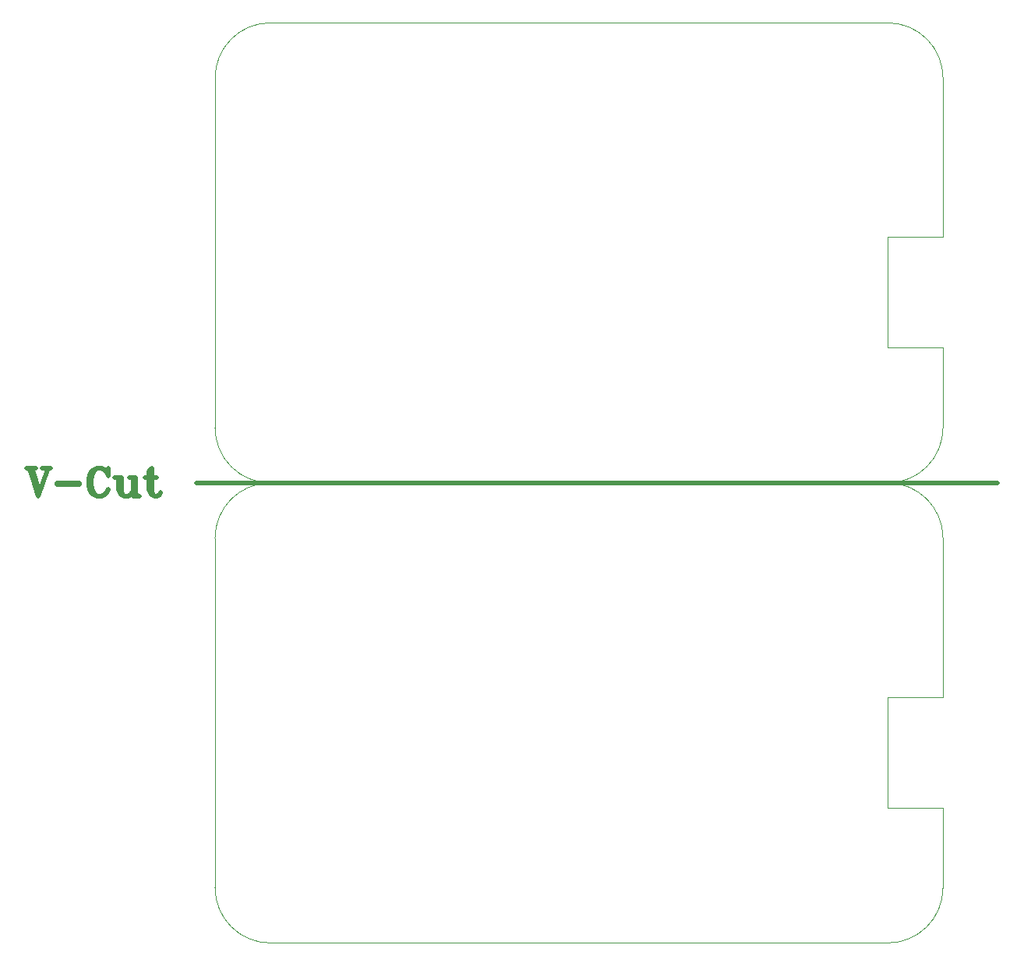
<source format=gko>
%FSLAX46Y46*%
%MOMM*%
%ADD10C,0.010000*%
%ADD11C,0.500000*%
G01*
%LPD*%
G01*
%LPD*%
D10*
X79090000Y56000000D02*
X79090000Y64707500D01*
D10*
X79090000Y64707500D02*
X73090000Y64707500D01*
D10*
X73090000Y64707500D02*
X73090000Y76707500D01*
D10*
X73090000Y76707500D02*
X79090000Y76707500D01*
D10*
X79090000Y76707500D02*
X79090000Y94000000D01*
D10*
X73090000Y100000000D02*
X5999999Y100000000D01*
D10*
X0Y94000000D02*
X0Y56000000D01*
D10*
X0Y44000000D02*
X0Y6000000D01*
D10*
X5999999Y0D02*
X73090000Y0D01*
D10*
X79090000Y6000000D02*
X79090000Y14707500D01*
D10*
X79090000Y14707500D02*
X73090000Y14707500D01*
D10*
X73090000Y14707500D02*
X73090000Y26707500D01*
D10*
X73090000Y26707500D02*
X79090000Y26707500D01*
D10*
X79090000Y26707500D02*
X79090000Y44000000D01*
D11*
X-19178572Y48571428D02*
X-20178572Y51571428D01*
D11*
X-19178572Y49000000D02*
X-20035714Y51571428D01*
D11*
X-19178572Y48571428D02*
X-19178572Y49000000D01*
D11*
X-19035714Y49000000D02*
X-19892856Y51571428D01*
D11*
X-19178572Y48571428D02*
X-18178572Y51428572D01*
D11*
X-19464286Y51571428D02*
X-20464284Y51571428D01*
D11*
X-17892856Y51571428D02*
X-18750000Y51571428D01*
D11*
X-20035714Y51285716D02*
X-20321428Y51571428D01*
D11*
X-19892856Y51285716D02*
X-19750000Y51571428D01*
D11*
X-19892856Y51428572D02*
X-19607144Y51571428D01*
D11*
X-18178572Y51428572D02*
X-18464286Y51571428D01*
D11*
X-18178572Y51428572D02*
X-18035714Y51571428D01*
D11*
X-14750000Y50000000D02*
X-17178572Y50000000D01*
D11*
X-14750000Y49857144D02*
X-14750000Y50000000D01*
D11*
X-17178572Y49857144D02*
X-17178572Y50000000D01*
D11*
X-14750000Y49857144D02*
X-17178572Y49857144D01*
D11*
X-11607143Y51571428D02*
X-11750000Y51142856D01*
D11*
X-11607143Y50714284D02*
X-11607143Y51571428D01*
D11*
X-11750000Y51142856D02*
X-11607143Y50714284D01*
D11*
X-12035714Y51428572D02*
X-11750000Y51142856D01*
D11*
X-12321428Y51571428D02*
X-12035714Y51428572D01*
D11*
X-12750000Y51571428D02*
X-12321428Y51571428D01*
D11*
X-13178572Y51428572D02*
X-12750000Y51571428D01*
D11*
X-13464286Y51142856D02*
X-13178572Y51428572D01*
D11*
X-13607142Y50857144D02*
X-13464286Y51142856D01*
D11*
X-13750000Y50428572D02*
X-13607142Y50857144D01*
D11*
X-13750000Y49714284D02*
X-13750000Y50428572D01*
D11*
X-13607142Y49285716D02*
X-13750000Y49714284D01*
D11*
X-13464286Y49000000D02*
X-13607142Y49285716D01*
D11*
X-13178572Y48714284D02*
X-13464286Y49000000D01*
D11*
X-12750000Y48571428D02*
X-13178572Y48714284D01*
D11*
X-12321428Y48571428D02*
X-12750000Y48571428D01*
D11*
X-12035714Y48714284D02*
X-12321428Y48571428D01*
D11*
X-11750000Y49000000D02*
X-12035714Y48714284D01*
D11*
X-11607143Y49285716D02*
X-11750000Y49000000D01*
D11*
X-13464286Y50857144D02*
X-13321428Y51142856D01*
D11*
X-13607142Y50428572D02*
X-13464286Y50857144D01*
D11*
X-13607142Y49714284D02*
X-13607142Y50428572D01*
D11*
X-13464286Y49285716D02*
X-13607142Y49714284D01*
D11*
X-13321428Y49000000D02*
X-13464286Y49285716D01*
D11*
X-13035714Y51428572D02*
X-12750000Y51571428D01*
D11*
X-13321428Y51000000D02*
X-13035714Y51428572D01*
D11*
X-13464286Y50428572D02*
X-13321428Y51000000D01*
D11*
X-13464286Y49714284D02*
X-13464286Y50428572D01*
D11*
X-13321428Y49142856D02*
X-13464286Y49714284D01*
D11*
X-13035714Y48714284D02*
X-13321428Y49142856D01*
D11*
X-12750000Y48571428D02*
X-13035714Y48714284D01*
D11*
X-10464286Y49285716D02*
X-10464286Y50571428D01*
D11*
X-10321428Y48857144D02*
X-10464286Y49285716D01*
D11*
X-10178572Y48714284D02*
X-10321428Y48857144D01*
D11*
X-9892857Y48571428D02*
X-10178572Y48714284D01*
D11*
X-9464286Y48571428D02*
X-9892857Y48571428D01*
D11*
X-9178572Y48714284D02*
X-9464286Y48571428D01*
D11*
X-9035714Y48857144D02*
X-9178572Y48714284D01*
D11*
X-8892857Y49142856D02*
X-9035714Y48857144D01*
D11*
X-10321428Y49142856D02*
X-10321428Y50428572D01*
D11*
X-10178572Y48857144D02*
X-10321428Y49142856D01*
D11*
X-10178572Y50571428D02*
X-10892857Y50571428D01*
D11*
X-10178572Y49142856D02*
X-10178572Y50571428D01*
D11*
X-10035714Y48714284D02*
X-10178572Y49142856D01*
D11*
X-9892857Y48571428D02*
X-10035714Y48714284D01*
D11*
X-8892857Y48571428D02*
X-8892857Y50571428D01*
D11*
X-8178571Y48571428D02*
X-8892857Y48571428D01*
D11*
X-8750000Y48714284D02*
X-8750000Y50428572D01*
D11*
X-8607143Y50571428D02*
X-9321428Y50571428D01*
D11*
X-8607143Y48571428D02*
X-8607143Y50571428D01*
D11*
X-10464286Y50428572D02*
X-10750000Y50571428D01*
D11*
X-10464286Y50285716D02*
X-10607143Y50571428D01*
D11*
X-8464286Y48571428D02*
X-8607143Y48857144D01*
D11*
X-8321428Y48571428D02*
X-8607143Y48714284D01*
D11*
X-7178571Y49285716D02*
X-7178571Y51285716D01*
D11*
X-7035714Y48857144D02*
X-7178571Y49285716D01*
D11*
X-6892857Y48714284D02*
X-7035714Y48857144D01*
D11*
X-6607143Y48571428D02*
X-6892857Y48714284D01*
D11*
X-6321428Y48571428D02*
X-6607143Y48571428D01*
D11*
X-6035714Y48714284D02*
X-6321428Y48571428D01*
D11*
X-5892857Y49000000D02*
X-6035714Y48714284D01*
D11*
X-7035714Y49142856D02*
X-7035714Y51285716D01*
D11*
X-6892857Y48857144D02*
X-7035714Y49142856D01*
D11*
X-6892857Y51571428D02*
X-7178571Y51285716D01*
D11*
X-6892857Y49142856D02*
X-6892857Y51571428D01*
D11*
X-6750000Y48714284D02*
X-6892857Y49142856D01*
D11*
X-6607143Y48571428D02*
X-6750000Y48714284D01*
D11*
X-6321428Y50571428D02*
X-7607143Y50571428D01*
D11*
X-2000000Y50000000D02*
X85000000Y50000000D01*
G75*
G03*
D10*
X73090000Y50000000D02*
X79090000Y56000000I0J6000000D01*
G03*
D10*
X79090000Y94000000D02*
X73090000Y100000000I-6000000J0D01*
G03*
D10*
X5999999Y100000000D02*
X0Y94000000I0J-6000000D01*
G03*
D10*
X0Y56000000D02*
X5999999Y50000000I5999999J-1D01*
G03*
D10*
X5999999Y50000000D02*
X0Y44000000I0J-6000000D01*
G03*
D10*
X0Y6000000D02*
X5999999Y0I5999999J-1D01*
G03*
D10*
X73090000Y0D02*
X79090000Y6000000I0J6000000D01*
G03*
D10*
X79090000Y44000000D02*
X73090000Y50000000I-6000000J0D01*
M02*

</source>
